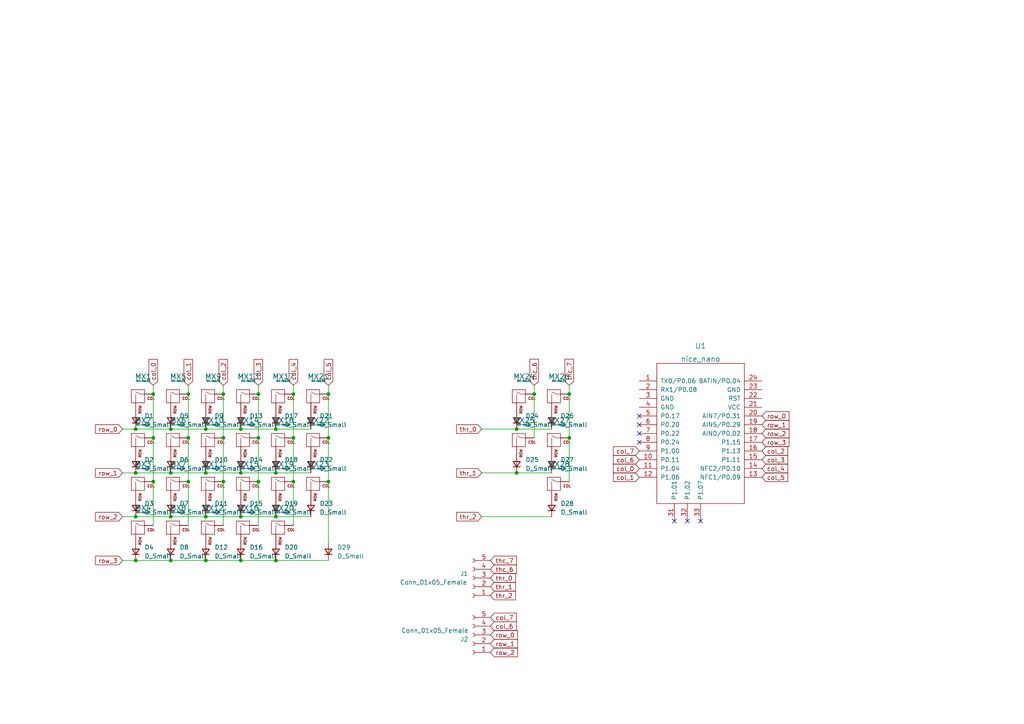
<source format=kicad_sch>
(kicad_sch (version 20211123) (generator eeschema)
  (paper "A4")
  (lib_symbols
    (symbol "Connector:Conn_01x05_Female" (pin_names (offset 1.016) hide)
      (property "Reference" "J" (at 0 7.62 0))
      (property "Value" "Conn_01x05_Female" (at 0 -7.62 0))
      (symbol "Conn_01x05_Female_1_1"
        (arc (start 0 -4.572) (mid -0.508 -5.08) (end 0 -5.588) (stroke (width 0.1524)))
        (arc (start 0 -2.032) (mid -0.508 -2.54) (end 0 -3.048) (stroke (width 0.1524)))
        (polyline (pts (xy -1.27 -5.08) (xy -0.508 -5.08)) (stroke (width 0.1524)))
        (polyline (pts (xy -1.27 -2.54) (xy -0.508 -2.54)) (stroke (width 0.1524)))
        (polyline (pts (xy -1.27 0) (xy -0.508 0)) (stroke (width 0.1524)))
        (polyline (pts (xy -1.27 2.54) (xy -0.508 2.54)) (stroke (width 0.1524)))
        (polyline (pts (xy -1.27 5.08) (xy -0.508 5.08)) (stroke (width 0.1524)))
        (arc (start 0 0.508) (mid -0.508 0) (end 0 -0.508) (stroke (width 0.1524)))
        (arc (start 0 3.048) (mid -0.508 2.54) (end 0 2.032) (stroke (width 0.1524)))
        (arc (start 0 5.588) (mid -0.508 5.08) (end 0 4.572) (stroke (width 0.1524)))
        (pin passive line (at -5.08 5.08 0) (length 3.81) (name "Pin_1") (number "1"))
        (pin passive line (at -5.08 2.54 0) (length 3.81) (name "Pin_2") (number "2"))
        (pin passive line (at -5.08 0 0) (length 3.81) (name "Pin_3") (number "3"))
        (pin passive line (at -5.08 -2.54 0) (length 3.81) (name "Pin_4") (number "4"))
        (pin passive line (at -5.08 -5.08 0) (length 3.81) (name "Pin_5") (number "5"))
      )
    )
    (symbol "Device:D_Small" (pin_numbers hide) (pin_names (offset 0.254) hide)
      (property "Reference" "D" (at -1.27 2.032 0))
      (property "Value" "D_Small" (at -3.81 -2.032 0))
      (symbol "D_Small_0_1"
        (polyline (pts (xy -0.762 -1.016) (xy -0.762 1.016)) (stroke (width 0.254)))
        (polyline (pts (xy -0.762 0) (xy 0.762 0)))
        (polyline (pts (xy 0.762 -1.016) (xy -0.762 0) (xy 0.762 1.016) (xy 0.762 -1.016)) (stroke (width 0.254)))
      )
      (symbol "D_Small_1_1"
        (pin passive line (at -2.54 0 0) (length 1.778) (name "K") (number "1"))
        (pin passive line (at 2.54 0 180) (length 1.778) (name "A") (number "2"))
      )
    )
    (symbol "MX_Alps_Hybrid:MX-NoLED" (pin_names (offset 1.016))
      (property "Reference" "MX" (at -0.635 3.81 0))
      (property "Value" "MX-NoLED" (at -0.635 1.27 0))
      (symbol "MX-NoLED_0_0"
        (rectangle (start -2.54 2.54) (end 1.27 -1.27))
        (polyline (pts (xy -1.27 -1.27) (xy -1.27 1.27)) (stroke (width 0.127)))
        (polyline (pts (xy 1.27 1.27) (xy 0 1.27) (xy -1.27 1.905)) (stroke (width 0.127)))
        (text "COL" (at 3.175 0 0) (effects (font (size 0.762 0.762))))
        (text "ROW" (at 0 -1.905 900) (effects (font (size 0.762 0.762)) (justify right)))
      )
      (symbol "MX-NoLED_1_1"
        (pin passive line (at 3.81 1.27 180) (length 2.54) (name "COL") (number "1"))
        (pin passive line (at -1.27 -3.81 90) (length 2.54) (name "ROW") (number "2"))
      )
    )
    (symbol "nice_nano:nice_nano" (pin_names (offset 1.016))
      (property "Reference" "U" (at 0 0 0))
      (property "Value" "nice_nano" (at 0 2.54 0))
      (symbol "nice_nano_0_1"
        (rectangle (start -12.7 -21.59) (end 12.7 19.05))
      )
      (symbol "nice_nano_1_1"
        (pin input line (at -17.78 13.97 0) (length 5.08) (name "TX0/P0.06") (number "1"))
        (pin input line (at -17.78 -8.89 0) (length 5.08) (name "P0.11") (number "10"))
        (pin input line (at -17.78 -11.43 0) (length 5.08) (name "P1.04") (number "11"))
        (pin input line (at -17.78 -13.97 0) (length 5.08) (name "P1.06") (number "12"))
        (pin input line (at 17.78 -13.97 180) (length 5.08) (name "NFC1/P0.09") (number "13"))
        (pin input line (at 17.78 -11.43 180) (length 5.08) (name "NFC2/P0.10") (number "14"))
        (pin input line (at 17.78 -8.89 180) (length 5.08) (name "P1.11") (number "15"))
        (pin input line (at 17.78 -6.35 180) (length 5.08) (name "P1.13") (number "16"))
        (pin input line (at 17.78 -3.81 180) (length 5.08) (name "P1.15") (number "17"))
        (pin input line (at 17.78 -1.27 180) (length 5.08) (name "AIN0/P0.02") (number "18"))
        (pin input line (at 17.78 1.27 180) (length 5.08) (name "AIN5/P0.29") (number "19"))
        (pin input line (at -17.78 11.43 0) (length 5.08) (name "RX1/P0.08") (number "2"))
        (pin input line (at 17.78 3.81 180) (length 5.08) (name "AIN7/P0.31") (number "20"))
        (pin input line (at 17.78 6.35 180) (length 5.08) (name "VCC") (number "21"))
        (pin input line (at 17.78 8.89 180) (length 5.08) (name "RST") (number "22"))
        (pin input line (at 17.78 11.43 180) (length 5.08) (name "GND") (number "23"))
        (pin input line (at 17.78 13.97 180) (length 5.08) (name "BATIN/P0.04") (number "24"))
        (pin input line (at -17.78 8.89 0) (length 5.08) (name "GND") (number "3"))
        (pin input line (at -7.62 -26.67 90) (length 5.08) (name "P1.01") (number "31"))
        (pin input line (at -3.81 -26.67 90) (length 5.08) (name "P1.02") (number "32"))
        (pin input line (at 0 -26.67 90) (length 5.08) (name "P1.07") (number "33"))
        (pin input line (at -17.78 6.35 0) (length 5.08) (name "GND") (number "4"))
        (pin input line (at -17.78 3.81 0) (length 5.08) (name "P0.17") (number "5"))
        (pin input line (at -17.78 1.27 0) (length 5.08) (name "P0.20") (number "6"))
        (pin input line (at -17.78 -1.27 0) (length 5.08) (name "P0.22") (number "7"))
        (pin input line (at -17.78 -3.81 0) (length 5.08) (name "P0.24") (number "8"))
        (pin input line (at -17.78 -6.35 0) (length 5.08) (name "P1.00") (number "9"))
      )
    )
  )
  (junction (at 54.61 139.7))
  (junction (at 149.86 137.16))
  (junction (at 59.69 137.16))
  (junction (at 165.1 114.3))
  (junction (at 69.85 124.46))
  (junction (at 49.53 149.86))
  (junction (at 49.53 137.16))
  (junction (at 80.01 137.16))
  (junction (at 69.85 137.16))
  (junction (at 80.01 162.56))
  (junction (at 59.69 162.56))
  (junction (at 69.85 162.56))
  (junction (at 54.61 127))
  (junction (at 74.93 139.7))
  (junction (at 39.37 149.86))
  (junction (at 85.09 127))
  (junction (at 74.93 114.3))
  (junction (at 44.45 127))
  (junction (at 54.61 114.3))
  (junction (at 49.53 124.46))
  (junction (at 59.69 124.46))
  (junction (at 95.25 114.3))
  (junction (at 69.85 149.86))
  (junction (at 39.37 162.56))
  (junction (at 154.94 114.3))
  (junction (at 39.37 137.16))
  (junction (at 95.25 139.7))
  (junction (at 64.77 114.3))
  (junction (at 95.25 127))
  (junction (at 165.1 127))
  (junction (at 85.09 114.3))
  (junction (at 149.86 124.46))
  (junction (at 64.77 139.7))
  (junction (at 49.53 162.56))
  (junction (at 39.37 124.46))
  (junction (at 44.45 114.3))
  (junction (at 85.09 139.7))
  (junction (at 74.93 127))
  (junction (at 80.01 149.86))
  (junction (at 44.45 139.7))
  (junction (at 64.77 127))
  (junction (at 59.69 149.86))
  (junction (at 80.01 124.46))
  (no_connect (at 199.39 151.13))
  (no_connect (at 195.58 151.13))
  (no_connect (at 185.42 123.19))
  (no_connect (at 185.42 128.27))
  (no_connect (at 185.42 120.65))
  (no_connect (at 203.2 151.13))
  (no_connect (at 185.42 125.73))
  (wire (pts (xy 49.53 124.46) (xy 59.69 124.46)))
  (wire (pts (xy 149.86 137.16) (xy 160.02 137.16)))
  (wire (pts (xy 44.45 114.3) (xy 44.45 127)))
  (wire (pts (xy 154.94 111.76) (xy 154.94 114.3)))
  (wire (pts (xy 85.09 114.3) (xy 85.09 127)))
  (wire (pts (xy 74.93 139.7) (xy 74.93 152.4)))
  (wire (pts (xy 154.94 114.3) (xy 154.94 127)))
  (wire (pts (xy 64.77 114.3) (xy 64.77 127)))
  (wire (pts (xy 59.69 137.16) (xy 69.85 137.16)))
  (wire (pts (xy 44.45 111.76) (xy 44.45 114.3)))
  (wire (pts (xy 59.69 124.46) (xy 69.85 124.46)))
  (wire (pts (xy 35.56 137.16) (xy 39.37 137.16)))
  (wire (pts (xy 95.25 111.76) (xy 95.25 114.3)))
  (wire (pts (xy 139.7 124.46) (xy 149.86 124.46)))
  (wire (pts (xy 80.01 137.16) (xy 90.17 137.16)))
  (wire (pts (xy 54.61 114.3) (xy 54.61 127)))
  (wire (pts (xy 64.77 111.76) (xy 64.77 114.3)))
  (wire (pts (xy 74.93 127) (xy 74.93 139.7)))
  (wire (pts (xy 74.93 114.3) (xy 74.93 127)))
  (wire (pts (xy 74.93 111.76) (xy 74.93 114.3)))
  (wire (pts (xy 139.7 149.86) (xy 160.02 149.86)))
  (wire (pts (xy 95.25 127) (xy 95.25 139.7)))
  (wire (pts (xy 165.1 114.3) (xy 165.1 127)))
  (wire (pts (xy 49.53 149.86) (xy 59.69 149.86)))
  (wire (pts (xy 49.53 162.56) (xy 59.69 162.56)))
  (wire (pts (xy 149.86 124.46) (xy 160.02 124.46)))
  (wire (pts (xy 39.37 149.86) (xy 49.53 149.86)))
  (wire (pts (xy 95.25 114.3) (xy 95.25 127)))
  (wire (pts (xy 35.56 162.56) (xy 39.37 162.56)))
  (wire (pts (xy 69.85 149.86) (xy 80.01 149.86)))
  (wire (pts (xy 54.61 139.7) (xy 54.61 152.4)))
  (wire (pts (xy 165.1 127) (xy 165.1 139.7)))
  (wire (pts (xy 64.77 127) (xy 64.77 139.7)))
  (wire (pts (xy 64.77 139.7) (xy 64.77 152.4)))
  (wire (pts (xy 49.53 137.16) (xy 59.69 137.16)))
  (wire (pts (xy 54.61 127) (xy 54.61 139.7)))
  (wire (pts (xy 39.37 137.16) (xy 49.53 137.16)))
  (wire (pts (xy 85.09 111.76) (xy 85.09 114.3)))
  (wire (pts (xy 80.01 162.56) (xy 95.25 162.56)))
  (wire (pts (xy 85.09 139.7) (xy 85.09 152.4)))
  (wire (pts (xy 80.01 124.46) (xy 90.17 124.46)))
  (wire (pts (xy 35.56 124.46) (xy 39.37 124.46)))
  (wire (pts (xy 59.69 149.86) (xy 69.85 149.86)))
  (wire (pts (xy 44.45 139.7) (xy 44.45 152.4)))
  (wire (pts (xy 54.61 111.76) (xy 54.61 114.3)))
  (wire (pts (xy 95.25 139.7) (xy 95.25 157.48)))
  (wire (pts (xy 80.01 149.86) (xy 90.17 149.86)))
  (wire (pts (xy 44.45 127) (xy 44.45 139.7)))
  (wire (pts (xy 85.09 127) (xy 85.09 139.7)))
  (wire (pts (xy 69.85 124.46) (xy 80.01 124.46)))
  (wire (pts (xy 35.56 149.86) (xy 39.37 149.86)))
  (wire (pts (xy 69.85 162.56) (xy 80.01 162.56)))
  (wire (pts (xy 69.85 137.16) (xy 80.01 137.16)))
  (wire (pts (xy 39.37 162.56) (xy 49.53 162.56)))
  (wire (pts (xy 39.37 124.46) (xy 49.53 124.46)))
  (wire (pts (xy 59.69 162.56) (xy 69.85 162.56)))
  (wire (pts (xy 139.7 137.16) (xy 149.86 137.16)))
  (wire (pts (xy 165.1 111.76) (xy 165.1 114.3)))
  (global_label "col_1" (shape input) (at 185.42 138.43 180) (property "Intersheet References" "${INTERSHEET_REFS}" (effects hide)))
  (global_label "row_2" (shape input) (at 35.56 149.86 180) (property "Intersheet References" "${INTERSHEET_REFS}" (effects hide)))
  (global_label "col_0" (shape input) (at 185.42 135.89 180) (property "Intersheet References" "${INTERSHEET_REFS}" (effects hide)))
  (global_label "col_3" (shape input) (at 220.98 133.35 0) (property "Intersheet References" "${INTERSHEET_REFS}" (effects hide)))
  (global_label "row_3" (shape input) (at 35.56 162.56 180) (property "Intersheet References" "${INTERSHEET_REFS}" (effects hide)))
  (global_label "col_3" (shape input) (at 74.93 111.76 90) (property "Intersheet References" "${INTERSHEET_REFS}" (effects hide)))
  (global_label "col_6" (shape input) (at 185.42 133.35 180) (property "Intersheet References" "${INTERSHEET_REFS}" (effects hide)))
  (global_label "thr_2" (shape input) (at 142.24 172.72 0) (property "Intersheet References" "${INTERSHEET_REFS}" (effects hide)))
  (global_label "row_1" (shape input) (at 220.98 123.19 0) (property "Intersheet References" "${INTERSHEET_REFS}" (effects hide)))
  (global_label "thc_6" (shape input) (at 154.94 111.76 90) (property "Intersheet References" "${INTERSHEET_REFS}" (effects hide)))
  (global_label "row_1" (shape input) (at 35.56 137.16 180) (property "Intersheet References" "${INTERSHEET_REFS}" (effects hide)))
  (global_label "col_2" (shape input) (at 64.77 111.76 90) (property "Intersheet References" "${INTERSHEET_REFS}" (effects hide)))
  (global_label "col_7" (shape input) (at 142.24 179.07 0) (property "Intersheet References" "${INTERSHEET_REFS}" (effects hide)))
  (global_label "row_0" (shape input) (at 220.98 120.65 0) (property "Intersheet References" "${INTERSHEET_REFS}" (effects hide)))
  (global_label "col_5" (shape input) (at 95.25 111.76 90) (property "Intersheet References" "${INTERSHEET_REFS}" (effects hide)))
  (global_label "col_7" (shape input) (at 185.42 130.81 180) (property "Intersheet References" "${INTERSHEET_REFS}" (effects hide)))
  (global_label "thr_2" (shape input) (at 139.7 149.86 180) (property "Intersheet References" "${INTERSHEET_REFS}" (effects hide)))
  (global_label "row_2" (shape input) (at 220.98 125.73 0) (property "Intersheet References" "${INTERSHEET_REFS}" (effects hide)))
  (global_label "row_2" (shape input) (at 142.24 189.23 0) (property "Intersheet References" "${INTERSHEET_REFS}" (effects hide)))
  (global_label "col_0" (shape input) (at 44.45 111.76 90) (property "Intersheet References" "${INTERSHEET_REFS}" (effects hide)))
  (global_label "row_3" (shape input) (at 220.98 128.27 0) (property "Intersheet References" "${INTERSHEET_REFS}" (effects hide)))
  (global_label "thr_1" (shape input) (at 139.7 137.16 180) (property "Intersheet References" "${INTERSHEET_REFS}" (effects hide)))
  (global_label "row_0" (shape input) (at 142.24 184.15 0) (property "Intersheet References" "${INTERSHEET_REFS}" (effects hide)))
  (global_label "col_4" (shape input) (at 220.98 135.89 0) (property "Intersheet References" "${INTERSHEET_REFS}" (effects hide)))
  (global_label "col_1" (shape input) (at 54.61 111.76 90) (property "Intersheet References" "${INTERSHEET_REFS}" (effects hide)))
  (global_label "thr_1" (shape input) (at 142.24 170.18 0) (property "Intersheet References" "${INTERSHEET_REFS}" (effects hide)))
  (global_label "col_2" (shape input) (at 220.98 130.81 0) (property "Intersheet References" "${INTERSHEET_REFS}" (effects hide)))
  (global_label "thc_7" (shape input) (at 142.24 162.56 0) (property "Intersheet References" "${INTERSHEET_REFS}" (effects hide)))
  (global_label "col_4" (shape input) (at 85.09 111.76 90) (property "Intersheet References" "${INTERSHEET_REFS}" (effects hide)))
  (global_label "thc_6" (shape input) (at 142.24 165.1 0) (property "Intersheet References" "${INTERSHEET_REFS}" (effects hide)))
  (global_label "row_0" (shape input) (at 35.56 124.46 180) (property "Intersheet References" "${INTERSHEET_REFS}" (effects hide)))
  (global_label "thr_0" (shape input) (at 142.24 167.64 0) (property "Intersheet References" "${INTERSHEET_REFS}" (effects hide)))
  (global_label "col_6" (shape input) (at 142.24 181.61 0) (property "Intersheet References" "${INTERSHEET_REFS}" (effects hide)))
  (global_label "row_1" (shape input) (at 142.24 186.69 0) (property "Intersheet References" "${INTERSHEET_REFS}" (effects hide)))
  (global_label "thc_7" (shape input) (at 165.1 111.76 90) (property "Intersheet References" "${INTERSHEET_REFS}" (effects hide)))
  (global_label "col_5" (shape input) (at 220.98 138.43 0) (property "Intersheet References" "${INTERSHEET_REFS}" (effects hide)))
  (global_label "thr_0" (shape input) (at 139.7 124.46 180) (property "Intersheet References" "${INTERSHEET_REFS}" (effects hide)))
  (symbol (lib_id "MX_Alps_Hybrid:MX-NoLED") (at 71.12 153.67 0) (unit 1)
    (property "Reference" "MX16" (at 72.0056 147.32 0) (effects (font (size 1.524 1.524))))
    (property "Value" "MX-NoLED" (at 72.0056 148.59 0) (effects (font (size 0.508 0.508))))
    (property "Footprint" "MX_Only:MXOnly-1U-Hotswap" (effects hide))
  )
  (symbol (lib_id "Device:D_Small") (at 59.69 121.92 90) (unit 1)
    (property "Reference" "D9" (at 62.23 120.6499 90) (effects (justify right)))
    (property "Value" "D_Small" (at 62.23 123.1899 90) (effects (justify right)))
    (property "Footprint" "Diode_SMD:D_SOD-123" (effects hide))
  )
  (symbol (lib_id "Device:D_Small") (at 69.85 134.62 90) (unit 1)
    (property "Reference" "D14" (at 72.39 133.3499 90) (effects (justify right)))
    (property "Value" "D_Small" (at 72.39 135.8899 90) (effects (justify right)))
    (property "Footprint" "Diode_SMD:D_SOD-123" (effects hide))
  )
  (symbol (lib_id "Device:D_Small") (at 39.37 121.92 90) (unit 1)
    (property "Reference" "D1" (at 41.91 120.6499 90) (effects (justify right)))
    (property "Value" "D_Small" (at 41.91 123.1899 90) (effects (justify right)))
    (property "Footprint" "Diode_SMD:D_SOD-123" (effects hide))
  )
  (symbol (lib_id "Device:D_Small") (at 49.53 147.32 90) (unit 1)
    (property "Reference" "D7" (at 52.07 146.0499 90) (effects (justify right)))
    (property "Value" "D_Small" (at 52.07 148.5899 90) (effects (justify right)))
    (property "Footprint" "Diode_SMD:D_SOD-123" (effects hide))
  )
  (symbol (lib_id "nice_nano:nice_nano") (at 203.2 124.46 0) (unit 1)
    (property "Reference" "U1" (at 203.2 100.33 0) (effects (font (size 1.524 1.524))))
    (property "Value" "nice_nano" (at 203.2 104.14 0) (effects (font (size 1.524 1.524))))
    (property "Footprint" "nice-nano-kicad:nice_nano" (effects hide))
  )
  (symbol (lib_id "MX_Alps_Hybrid:MX-NoLED") (at 50.8 153.67 0) (unit 1)
    (property "Reference" "MX8" (at 51.6856 147.32 0) (effects (font (size 1.524 1.524))))
    (property "Value" "MX-NoLED" (at 51.6856 148.59 0) (effects (font (size 0.508 0.508))))
    (property "Footprint" "MX_Only:MXOnly-1U-Hotswap" (effects hide))
  )
  (symbol (lib_id "MX_Alps_Hybrid:MX-NoLED") (at 81.28 115.57 0) (unit 1)
    (property "Reference" "MX17" (at 82.1656 109.22 0) (effects (font (size 1.524 1.524))))
    (property "Value" "MX-NoLED" (at 82.1656 110.49 0) (effects (font (size 0.508 0.508))))
    (property "Footprint" "MX_Only:MXOnly-1U-Hotswap" (effects hide))
  )
  (symbol (lib_id "MX_Alps_Hybrid:MX-NoLED") (at 50.8 115.57 0) (unit 1)
    (property "Reference" "MX5" (at 51.6856 109.22 0) (effects (font (size 1.524 1.524))))
    (property "Value" "MX-NoLED" (at 51.6856 110.49 0) (effects (font (size 0.508 0.508))))
    (property "Footprint" "MX_Only:MXOnly-1U-Hotswap" (effects hide))
  )
  (symbol (lib_id "MX_Alps_Hybrid:MX-NoLED") (at 50.8 140.97 0) (unit 1)
    (property "Reference" "MX7" (at 51.6856 134.62 0) (effects (font (size 1.524 1.524))))
    (property "Value" "MX-NoLED" (at 51.6856 135.89 0) (effects (font (size 0.508 0.508))))
    (property "Footprint" "MX_Only:MXOnly-1U-Hotswap" (effects hide))
  )
  (symbol (lib_id "MX_Alps_Hybrid:MX-NoLED") (at 81.28 128.27 0) (unit 1)
    (property "Reference" "MX18" (at 82.1656 121.92 0) (effects (font (size 1.524 1.524))))
    (property "Value" "MX-NoLED" (at 82.1656 123.19 0) (effects (font (size 0.508 0.508))))
    (property "Footprint" "MX_Only:MXOnly-1U-Hotswap" (effects hide))
  )
  (symbol (lib_id "Device:D_Small") (at 160.02 121.92 90) (unit 1)
    (property "Reference" "D26" (at 162.56 120.6499 90) (effects (justify right)))
    (property "Value" "D_Small" (at 162.56 123.1899 90) (effects (justify right)))
    (property "Footprint" "Diode_SMD:D_SOD-123" (effects hide))
  )
  (symbol (lib_id "Device:D_Small") (at 49.53 121.92 90) (unit 1)
    (property "Reference" "D5" (at 52.07 120.6499 90) (effects (justify right)))
    (property "Value" "D_Small" (at 52.07 123.1899 90) (effects (justify right)))
    (property "Footprint" "Diode_SMD:D_SOD-123" (effects hide))
  )
  (symbol (lib_id "Device:D_Small") (at 59.69 147.32 90) (unit 1)
    (property "Reference" "D11" (at 62.23 146.0499 90) (effects (justify right)))
    (property "Value" "D_Small" (at 62.23 148.5899 90) (effects (justify right)))
    (property "Footprint" "Diode_SMD:D_SOD-123" (effects hide))
  )
  (symbol (lib_id "Device:D_Small") (at 90.17 147.32 90) (unit 1)
    (property "Reference" "D23" (at 92.71 146.0499 90) (effects (justify right)))
    (property "Value" "D_Small" (at 92.71 148.5899 90) (effects (justify right)))
    (property "Footprint" "Diode_SMD:D_SOD-123" (effects hide))
  )
  (symbol (lib_id "MX_Alps_Hybrid:MX-NoLED") (at 40.64 128.27 0) (unit 1)
    (property "Reference" "MX2" (at 41.5256 121.92 0) (effects (font (size 1.524 1.524))))
    (property "Value" "MX-NoLED" (at 41.5256 123.19 0) (effects (font (size 0.508 0.508))))
    (property "Footprint" "MX_Only:MXOnly-1U-Hotswap" (effects hide))
  )
  (symbol (lib_id "MX_Alps_Hybrid:MX-NoLED") (at 81.28 153.67 0) (unit 1)
    (property "Reference" "MX20" (at 82.1656 147.32 0) (effects (font (size 1.524 1.524))))
    (property "Value" "MX-NoLED" (at 82.1656 148.59 0) (effects (font (size 0.508 0.508))))
    (property "Footprint" "MX_Only:MXOnly-1U-Hotswap" (effects hide))
  )
  (symbol (lib_id "MX_Alps_Hybrid:MX-NoLED") (at 151.13 128.27 0) (unit 1)
    (property "Reference" "MX25" (at 152.0156 121.92 0) (effects (font (size 1.524 1.524))))
    (property "Value" "MX-NoLED" (at 152.0156 123.19 0) (effects (font (size 0.508 0.508))))
    (property "Footprint" "MX_Only:MXOnly-2U-Hotswap" (effects hide))
  )
  (symbol (lib_id "MX_Alps_Hybrid:MX-NoLED") (at 161.29 140.97 0) (unit 1)
    (property "Reference" "MX28" (at 162.1756 134.62 0) (effects (font (size 1.524 1.524))))
    (property "Value" "MX-NoLED" (at 162.1756 135.89 0) (effects (font (size 0.508 0.508))))
    (property "Footprint" "MX_Only:MXOnly-1.25U-Hotswap" (effects hide))
  )
  (symbol (lib_id "MX_Alps_Hybrid:MX-NoLED") (at 40.64 153.67 0) (unit 1)
    (property "Reference" "MX4" (at 41.5256 147.32 0) (effects (font (size 1.524 1.524))))
    (property "Value" "MX-NoLED" (at 41.5256 148.59 0) (effects (font (size 0.508 0.508))))
    (property "Footprint" "MX_Only:MXOnly-1U-Hotswap" (effects hide))
  )
  (symbol (lib_id "Device:D_Small") (at 49.53 160.02 90) (unit 1)
    (property "Reference" "D8" (at 52.07 158.7499 90) (effects (justify right)))
    (property "Value" "D_Small" (at 52.07 161.2899 90) (effects (justify right)))
    (property "Footprint" "Diode_SMD:D_SOD-123" (effects hide))
  )
  (symbol (lib_id "Connector:Conn_01x05_Female") (at 137.16 167.64 180) (unit 1)
    (property "Reference" "J1" (at 134.62 166.37 0))
    (property "Value" "Conn_01x05_Female" (at 125.73 168.91 0))
  )
  (symbol (lib_id "MX_Alps_Hybrid:MX-NoLED") (at 161.29 128.27 0) (unit 1)
    (property "Reference" "MX27" (at 162.1756 121.92 0) (effects (font (size 1.524 1.524))))
    (property "Value" "MX-NoLED" (at 162.1756 123.19 0) (effects (font (size 0.508 0.508))))
    (property "Footprint" "MX_Only:MXOnly-1.25U-Hotswap" (effects hide))
  )
  (symbol (lib_id "Device:D_Small") (at 160.02 147.32 90) (unit 1)
    (property "Reference" "D28" (at 162.56 146.0499 90) (effects (justify right)))
    (property "Value" "D_Small" (at 162.56 148.5899 90) (effects (justify right)))
    (property "Footprint" "Diode_SMD:D_SOD-123" (effects hide))
  )
  (symbol (lib_id "Device:D_Small") (at 69.85 121.92 90) (unit 1)
    (property "Reference" "D13" (at 72.39 120.6499 90) (effects (justify right)))
    (property "Value" "D_Small" (at 72.39 123.1899 90) (effects (justify right)))
    (property "Footprint" "Diode_SMD:D_SOD-123" (effects hide))
  )
  (symbol (lib_id "Connector:Conn_01x05_Female") (at 137.16 184.15 180) (unit 1)
    (property "Reference" "J2" (at 135.89 185.4201 0) (effects (justify left)))
    (property "Value" "Conn_01x05_Female" (at 135.89 182.8801 0) (effects (justify left)))
  )
  (symbol (lib_id "MX_Alps_Hybrid:MX-NoLED") (at 40.64 115.57 0) (unit 1)
    (property "Reference" "MX1" (at 41.5256 109.22 0) (effects (font (size 1.524 1.524))))
    (property "Value" "MX-NoLED" (at 41.5256 110.49 0) (effects (font (size 0.508 0.508))))
    (property "Footprint" "MX_Only:MXOnly-1U-Hotswap" (effects hide))
  )
  (symbol (lib_id "Device:D_Small") (at 80.01 134.62 90) (unit 1)
    (property "Reference" "D18" (at 82.55 133.3499 90) (effects (justify right)))
    (property "Value" "D_Small" (at 82.55 135.8899 90) (effects (justify right)))
    (property "Footprint" "Diode_SMD:D_SOD-123" (effects hide))
  )
  (symbol (lib_id "Device:D_Small") (at 69.85 160.02 90) (unit 1)
    (property "Reference" "D16" (at 72.39 158.7499 90) (effects (justify right)))
    (property "Value" "D_Small" (at 72.39 161.2899 90) (effects (justify right)))
    (property "Footprint" "Diode_SMD:D_SOD-123" (effects hide))
  )
  (symbol (lib_id "Device:D_Small") (at 39.37 160.02 90) (unit 1)
    (property "Reference" "D4" (at 41.91 158.7499 90) (effects (justify right)))
    (property "Value" "D_Small" (at 41.91 161.2899 90) (effects (justify right)))
    (property "Footprint" "Diode_SMD:D_SOD-123" (effects hide))
  )
  (symbol (lib_id "Device:D_Small") (at 59.69 134.62 90) (unit 1)
    (property "Reference" "D10" (at 62.23 133.3499 90) (effects (justify right)))
    (property "Value" "D_Small" (at 62.23 135.8899 90) (effects (justify right)))
    (property "Footprint" "Diode_SMD:D_SOD-123" (effects hide))
  )
  (symbol (lib_id "MX_Alps_Hybrid:MX-NoLED") (at 81.28 140.97 0) (unit 1)
    (property "Reference" "MX19" (at 82.1656 134.62 0) (effects (font (size 1.524 1.524))))
    (property "Value" "MX-NoLED" (at 82.1656 135.89 0) (effects (font (size 0.508 0.508))))
    (property "Footprint" "MX_Only:MXOnly-1U-Hotswap" (effects hide))
  )
  (symbol (lib_id "Device:D_Small") (at 80.01 121.92 90) (unit 1)
    (property "Reference" "D17" (at 82.55 120.6499 90) (effects (justify right)))
    (property "Value" "D_Small" (at 82.55 123.1899 90) (effects (justify right)))
    (property "Footprint" "Diode_SMD:D_SOD-123" (effects hide))
  )
  (symbol (lib_id "MX_Alps_Hybrid:MX-NoLED") (at 71.12 115.57 0) (unit 1)
    (property "Reference" "MX13" (at 72.0056 109.22 0) (effects (font (size 1.524 1.524))))
    (property "Value" "MX-NoLED" (at 72.0056 110.49 0) (effects (font (size 0.508 0.508))))
    (property "Footprint" "MX_Only:MXOnly-1U-Hotswap" (effects hide))
  )
  (symbol (lib_id "Device:D_Small") (at 69.85 147.32 90) (unit 1)
    (property "Reference" "D15" (at 72.39 146.0499 90) (effects (justify right)))
    (property "Value" "D_Small" (at 72.39 148.5899 90) (effects (justify right)))
    (property "Footprint" "Diode_SMD:D_SOD-123" (effects hide))
  )
  (symbol (lib_id "MX_Alps_Hybrid:MX-NoLED") (at 91.44 128.27 0) (unit 1)
    (property "Reference" "MX22" (at 92.3256 121.92 0) (effects (font (size 1.524 1.524))))
    (property "Value" "MX-NoLED" (at 92.3256 123.19 0) (effects (font (size 0.508 0.508))))
    (property "Footprint" "MX_Only:MXOnly-1U-Hotswap" (effects hide))
  )
  (symbol (lib_id "Device:D_Small") (at 39.37 147.32 90) (unit 1)
    (property "Reference" "D3" (at 41.91 146.0499 90) (effects (justify right)))
    (property "Value" "D_Small" (at 41.91 148.5899 90) (effects (justify right)))
    (property "Footprint" "Diode_SMD:D_SOD-123" (effects hide))
  )
  (symbol (lib_id "MX_Alps_Hybrid:MX-NoLED") (at 161.29 115.57 0) (unit 1)
    (property "Reference" "MX26" (at 162.1756 109.22 0) (effects (font (size 1.524 1.524))))
    (property "Value" "MX-NoLED" (at 162.1756 110.49 0) (effects (font (size 0.508 0.508))))
    (property "Footprint" "MX_Only:MXOnly-1.25U-Hotswap" (effects hide))
  )
  (symbol (lib_id "Device:D_Small") (at 95.25 160.02 90) (unit 1)
    (property "Reference" "D29" (at 97.79 158.7499 90) (effects (justify right)))
    (property "Value" "D_Small" (at 97.79 161.2899 90) (effects (justify right)))
    (property "Footprint" "Diode_SMD:D_SOD-123" (effects hide))
  )
  (symbol (lib_id "Device:D_Small") (at 149.86 121.92 90) (unit 1)
    (property "Reference" "D24" (at 152.4 120.6499 90) (effects (justify right)))
    (property "Value" "D_Small" (at 152.4 123.1899 90) (effects (justify right)))
    (property "Footprint" "Diode_SMD:D_SOD-123" (effects hide))
  )
  (symbol (lib_id "MX_Alps_Hybrid:MX-NoLED") (at 60.96 128.27 0) (unit 1)
    (property "Reference" "MX10" (at 61.8456 121.92 0) (effects (font (size 1.524 1.524))))
    (property "Value" "MX-NoLED" (at 61.8456 123.19 0) (effects (font (size 0.508 0.508))))
    (property "Footprint" "MX_Only:MXOnly-1U-Hotswap" (effects hide))
  )
  (symbol (lib_id "MX_Alps_Hybrid:MX-NoLED") (at 60.96 115.57 0) (unit 1)
    (property "Reference" "MX9" (at 61.8456 109.22 0) (effects (font (size 1.524 1.524))))
    (property "Value" "MX-NoLED" (at 61.8456 110.49 0) (effects (font (size 0.508 0.508))))
    (property "Footprint" "MX_Only:MXOnly-1U-Hotswap" (effects hide))
  )
  (symbol (lib_id "Device:D_Small") (at 80.01 147.32 90) (unit 1)
    (property "Reference" "D19" (at 82.55 146.0499 90) (effects (justify right)))
    (property "Value" "D_Small" (at 82.55 148.5899 90) (effects (justify right)))
    (property "Footprint" "Diode_SMD:D_SOD-123" (effects hide))
  )
  (symbol (lib_id "MX_Alps_Hybrid:MX-NoLED") (at 60.96 140.97 0) (unit 1)
    (property "Reference" "MX11" (at 61.8456 134.62 0) (effects (font (size 1.524 1.524))))
    (property "Value" "MX-NoLED" (at 61.8456 135.89 0) (effects (font (size 0.508 0.508))))
    (property "Footprint" "MX_Only:MXOnly-1U-Hotswap" (effects hide))
  )
  (symbol (lib_id "Device:D_Small") (at 160.02 134.62 90) (unit 1)
    (property "Reference" "D27" (at 162.56 133.3499 90) (effects (justify right)))
    (property "Value" "D_Small" (at 162.56 135.8899 90) (effects (justify right)))
    (property "Footprint" "Diode_SMD:D_SOD-123" (effects hide))
  )
  (symbol (lib_id "Device:D_Small") (at 39.37 134.62 90) (unit 1)
    (property "Reference" "D2" (at 41.91 133.3499 90) (effects (justify right)))
    (property "Value" "D_Small" (at 41.91 135.8899 90) (effects (justify right)))
    (property "Footprint" "Diode_SMD:D_SOD-123" (effects hide))
  )
  (symbol (lib_id "MX_Alps_Hybrid:MX-NoLED") (at 91.44 115.57 0) (unit 1)
    (property "Reference" "MX21" (at 92.3256 109.22 0) (effects (font (size 1.524 1.524))))
    (property "Value" "MX-NoLED" (at 92.3256 110.49 0) (effects (font (size 0.508 0.508))))
    (property "Footprint" "MX_Only:MXOnly-1U-Hotswap" (effects hide))
  )
  (symbol (lib_id "Device:D_Small") (at 90.17 121.92 90) (unit 1)
    (property "Reference" "D21" (at 92.71 120.6499 90) (effects (justify right)))
    (property "Value" "D_Small" (at 92.71 123.1899 90) (effects (justify right)))
    (property "Footprint" "Diode_SMD:D_SOD-123" (effects hide))
  )
  (symbol (lib_id "MX_Alps_Hybrid:MX-NoLED") (at 60.96 153.67 0) (unit 1)
    (property "Reference" "MX12" (at 61.8456 147.32 0) (effects (font (size 1.524 1.524))))
    (property "Value" "MX-NoLED" (at 61.8456 148.59 0) (effects (font (size 0.508 0.508))))
    (property "Footprint" "MX_Only:MXOnly-1U-Hotswap" (effects hide))
  )
  (symbol (lib_id "Device:D_Small") (at 80.01 160.02 90) (unit 1)
    (property "Reference" "D20" (at 82.55 158.7499 90) (effects (justify right)))
    (property "Value" "D_Small" (at 82.55 161.2899 90) (effects (justify right)))
    (property "Footprint" "Diode_SMD:D_SOD-123" (effects hide))
  )
  (symbol (lib_id "MX_Alps_Hybrid:MX-NoLED") (at 50.8 128.27 0) (unit 1)
    (property "Reference" "MX6" (at 51.6856 121.92 0) (effects (font (size 1.524 1.524))))
    (property "Value" "MX-NoLED" (at 51.6856 123.19 0) (effects (font (size 0.508 0.508))))
    (property "Footprint" "MX_Only:MXOnly-1U-Hotswap" (effects hide))
  )
  (symbol (lib_id "MX_Alps_Hybrid:MX-NoLED") (at 151.13 115.57 0) (unit 1)
    (property "Reference" "MX24" (at 152.0156 109.22 0) (effects (font (size 1.524 1.524))))
    (property "Value" "MX-NoLED" (at 152.0156 110.49 0) (effects (font (size 0.508 0.508))))
    (property "Footprint" "MX_Only:MXOnly-1U-Hotswap" (effects hide))
  )
  (symbol (lib_id "MX_Alps_Hybrid:MX-NoLED") (at 71.12 140.97 0) (unit 1)
    (property "Reference" "MX15" (at 72.0056 134.62 0) (effects (font (size 1.524 1.524))))
    (property "Value" "MX-NoLED" (at 72.0056 135.89 0) (effects (font (size 0.508 0.508))))
    (property "Footprint" "MX_Only:MXOnly-1U-Hotswap" (effects hide))
  )
  (symbol (lib_id "MX_Alps_Hybrid:MX-NoLED") (at 40.64 140.97 0) (unit 1)
    (property "Reference" "MX3" (at 41.5256 134.62 0) (effects (font (size 1.524 1.524))))
    (property "Value" "MX-NoLED" (at 41.5256 135.89 0) (effects (font (size 0.508 0.508))))
    (property "Footprint" "MX_Only:MXOnly-1U-Hotswap" (effects hide))
  )
  (symbol (lib_id "Device:D_Small") (at 149.86 134.62 90) (unit 1)
    (property "Reference" "D25" (at 152.4 133.3499 90) (effects (justify right)))
    (property "Value" "D_Small" (at 152.4 135.8899 90) (effects (justify right)))
    (property "Footprint" "Diode_SMD:D_SOD-123" (effects hide))
  )
  (symbol (lib_id "Device:D_Small") (at 90.17 134.62 90) (unit 1)
    (property "Reference" "D22" (at 92.71 133.3499 90) (effects (justify right)))
    (property "Value" "D_Small" (at 92.71 135.8899 90) (effects (justify right)))
    (property "Footprint" "Diode_SMD:D_SOD-123" (effects hide))
  )
  (symbol (lib_id "MX_Alps_Hybrid:MX-NoLED") (at 71.12 128.27 0) (unit 1)
    (property "Reference" "MX14" (at 72.0056 121.92 0) (effects (font (size 1.524 1.524))))
    (property "Value" "MX-NoLED" (at 72.0056 123.19 0) (effects (font (size 0.508 0.508))))
    (property "Footprint" "MX_Only:MXOnly-1U-Hotswap" (effects hide))
  )
  (symbol (lib_id "Device:D_Small") (at 49.53 134.62 90) (unit 1)
    (property "Reference" "D6" (at 52.07 133.3499 90) (effects (justify right)))
    (property "Value" "D_Small" (at 52.07 135.8899 90) (effects (justify right)))
    (property "Footprint" "Diode_SMD:D_SOD-123" (effects hide))
  )
  (symbol (lib_id "Device:D_Small") (at 59.69 160.02 90) (unit 1)
    (property "Reference" "D12" (at 62.23 158.7499 90) (effects (justify right)))
    (property "Value" "D_Small" (at 62.23 161.2899 90) (effects (justify right)))
    (property "Footprint" "Diode_SMD:D_SOD-123" (effects hide))
  )
  (symbol (lib_id "MX_Alps_Hybrid:MX-NoLED") (at 91.44 140.97 0) (unit 1)
    (property "Reference" "MX23" (at 92.3256 134.62 0) (effects (font (size 1.524 1.524))))
    (property "Value" "MX-NoLED" (at 92.3256 135.89 0) (effects (font (size 0.508 0.508))))
    (property "Footprint" "MX_Only:MXOnly-1U-Hotswap" (effects hide))
  )
)
</source>
